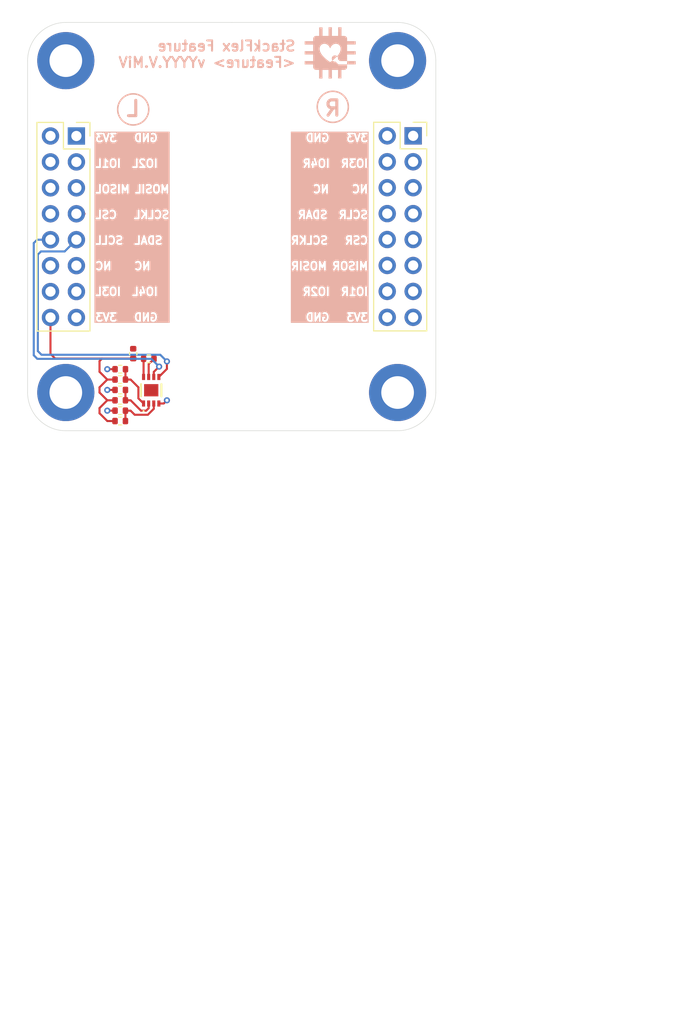
<source format=kicad_pcb>
(kicad_pcb (version 20240108) (generator "pcbnew") (generator_version "8.0")
  (title_block (title "StackFlex Feature Template") (date "2024-12-21") (rev "1") (company "M41T3"))
  (layers (0 "F.Cu" signal) (31 "B.Cu" signal) (34 "B.Paste" user) (35 "F.Paste" user) (36 "B.SilkS" user "B.Silkscreen") (37 "F.SilkS" user "F.Silkscreen") (38 "B.Mask" user) (39 "F.Mask" user) (44 "Edge.Cuts" user))
  (net 0 "")
  (net 2 "IO11")
  (net 3 "IO8_SDA0")
  (net 4 "IO5_MISO0")
  (net 5 "IO4_MOSI0")
  (net 6 "GND")
  (net 7 "IO1")
  (net 9 "IO9_SCL0")
  (net 10 "IO6_SCLK0")
  (net 11 "3V3_GPIO")
  (net 12 "IO10")
  (net 13 "IO7_CS0")
  (net 14 "IO2")
  (net 16 "IO34")
  (net 17 "IO41")
  (net 18 "IO48")
  (net 19 "IO40_SCL1")
  (net 20 "IO35_MISO1")
  (net 21 "IO38_SCLK1")
  (net 22 "IO36_MOSI1")
  (net 23 "IO37_CS1")
  (net 25 "IO39_SDA1")
  (net 26 "IO42")
  (net 27 "Net-(IC1-E0)")
  (net 28 "Net-(IC1-~{WC})")
  (net 29 "Net-(IC1-E1)")
  (net 30 "Net-(IC1-E2)")
  (footprint "Connector_PinSocket_2.54mm:PinSocket_2x08_P2.54mm_Vertical" (layer "F.Cu") (at 170.434 92.71)
    (property "Reference" "J2" (hide yes))
    (property "Value" "Conn_02x08_Counter_Clockwise" (hide yes))
    (fp_line (start -3.87 -1.33) (end -3.87 19.11) (stroke (width 0.12)) (layer "F.SilkS"))
    (fp_line (start -3.87 -1.33) (end -1.27 -1.33) (stroke (width 0.12)) (layer "F.SilkS"))
    (fp_line (start -3.87 19.11) (end 1.33 19.11) (stroke (width 0.12)) (layer "F.SilkS"))
    (fp_line (start -1.27 -1.33) (end -1.27 1.27) (stroke (width 0.12)) (layer "F.SilkS"))
    (fp_line (start -1.27 1.27) (end 1.33 1.27) (stroke (width 0.12)) (layer "F.SilkS"))
    (fp_line (start 0 -1.33) (end 1.33 -1.33) (stroke (width 0.12)) (layer "F.SilkS"))
    (fp_line (start 1.33 -1.33) (end 1.33 0) (stroke (width 0.12)) (layer "F.SilkS"))
    (fp_line (start 1.33 1.27) (end 1.33 19.11) (stroke (width 0.12)) (layer "F.SilkS"))
    (pad "1" thru_hole rect (at 0 0) (size 1.7 1.7) (drill 1) (layers "*.Cu" "*.Mask") (net 11 "3V3_GPIO"))
    (pad "2" thru_hole oval (at -2.54 0) (size 1.7 1.7) (drill 1) (layers "*.Cu" "*.Mask") (net 6 "GND"))
    (pad "3" thru_hole oval (at 0 2.54) (size 1.7 1.7) (drill 1) (layers "*.Cu" "*.Mask") (net 17 "IO41"))
    (pad "4" thru_hole oval (at -2.54 2.54) (size 1.7 1.7) (drill 1) (layers "*.Cu" "*.Mask") (net 26 "IO42"))
    (pad "5" thru_hole oval (at 0 5.08) (size 1.7 1.7) (drill 1) (layers "*.Cu" "*.Mask"))
    (pad "6" thru_hole oval (at -2.54 5.08) (size 1.7 1.7) (drill 1) (layers "*.Cu" "*.Mask"))
    (pad "7" thru_hole oval (at 0 7.62) (size 1.7 1.7) (drill 1) (layers "*.Cu" "*.Mask") (net 19 "IO40_SCL1"))
    (pad "8" thru_hole oval (at -2.54 7.62) (size 1.7 1.7) (drill 1) (layers "*.Cu" "*.Mask") (net 25 "IO39_SDA1"))
    (pad "9" thru_hole oval (at 0 10.16) (size 1.7 1.7) (drill 1) (layers "*.Cu" "*.Mask") (net 23 "IO37_CS1"))
    (pad "10" thru_hole oval (at -2.54 10.16) (size 1.7 1.7) (drill 1) (layers "*.Cu" "*.Mask") (net 21 "IO38_SCLK1"))
    (pad "11" thru_hole oval (at 0 12.7) (size 1.7 1.7) (drill 1) (layers "*.Cu" "*.Mask") (net 20 "IO35_MISO1"))
    (pad "12" thru_hole oval (at -2.54 12.7) (size 1.7 1.7) (drill 1) (layers "*.Cu" "*.Mask") (net 22 "IO36_MOSI1"))
    (pad "13" thru_hole oval (at 0 15.24) (size 1.7 1.7) (drill 1) (layers "*.Cu" "*.Mask") (net 16 "IO34"))
    (pad "14" thru_hole oval (at -2.54 15.24) (size 1.7 1.7) (drill 1) (layers "*.Cu" "*.Mask") (net 18 "IO48"))
    (pad "15" thru_hole oval (at 0 17.78) (size 1.7 1.7) (drill 1) (layers "*.Cu" "*.Mask") (net 11 "3V3_GPIO"))
    (pad "16" thru_hole oval (at -2.54 17.78) (size 1.7 1.7) (drill 1) (layers "*.Cu" "*.Mask") (net 6 "GND"))
  )
  (footprint "MountingHole:MountingHole_3.2mm_M3_DIN965_Pad" (layer "F.Cu") (at 136.398 85.344)
    (property "Reference" "H1" (hide yes))
    (property "Value" "MountingHole" (hide yes))
    (pad "1" thru_hole circle (at 0 0) (size 5.6 5.6) (drill 3.2) (layers "*.Cu" "*.Mask"))
  )
  (footprint "Resistor_SMD:R_0402_1005Metric" (layer "F.Cu") (at 141.732 115.57)
    (property "Reference" "JP3" (hide yes))
    (property "Value" "SolderJumper_2_Open" (hide yes))
    (fp_line (start -0.153641 -0.38) (end 0.153641 -0.38) (stroke (width 0.12)) (layer "F.SilkS"))
    (fp_line (start -0.153641 0.38) (end 0.153641 0.38) (stroke (width 0.12)) (layer "F.SilkS"))
    (pad "1" smd roundrect (at -0.51 0) (size 0.54 0.64) (layers "F.Cu" "F.Paste" "F.Mask") (net 6 "GND"))
    (pad "2" smd roundrect (at 0.51 0) (size 0.54 0.64) (layers "F.Cu" "F.Paste" "F.Mask") (net 27 "Net-(IC1-E0)"))
  )
  (footprint "Capacitor_SMD:C_0402_1005Metric" (layer "F.Cu") (at 143.002 114.046 90)
    (property "Reference" "C1" (hide yes))
    (property "Value" "0.1uF" (hide yes))
    (fp_line (start -0.107836 -0.36) (end 0.107836 -0.36) (stroke (width 0.12)) (layer "F.SilkS"))
    (fp_line (start -0.107836 0.36) (end 0.107836 0.36) (stroke (width 0.12)) (layer "F.SilkS"))
    (pad "1" smd roundrect (at -0.48 0 90) (size 0.56 0.62) (layers "F.Cu" "F.Paste" "F.Mask") (net 11 "3V3_GPIO"))
    (pad "2" smd roundrect (at 0.48 0 90) (size 0.56 0.62) (layers "F.Cu" "F.Paste" "F.Mask") (net 6 "GND"))
  )
  (footprint "Resistor_SMD:R_0402_1005Metric" (layer "F.Cu") (at 144.528 114.554 180)
    (property "Reference" "JP1" (hide yes))
    (property "Value" "SolderJumper_2_Open" (hide yes))
    (fp_line (start -0.153641 0.38) (end 0.153641 0.38) (stroke (width 0.12)) (layer "F.SilkS"))
    (fp_line (start -0.153641 -0.38) (end 0.153641 -0.38) (stroke (width 0.12)) (layer "F.SilkS"))
    (pad "1" smd roundrect (at -0.51 0 180) (size 0.54 0.64) (layers "F.Cu" "F.Paste" "F.Mask") (net 28 "Net-(IC1-~{WC})"))
    (pad "2" smd roundrect (at 0.51 0 180) (size 0.54 0.64) (layers "F.Cu" "F.Paste" "F.Mask") (net 11 "3V3_GPIO"))
  )
  (footprint "MountingHole:MountingHole_3.2mm_M3_DIN965_Pad" (layer "F.Cu") (at 168.91 85.344)
    (property "Reference" "H2" (hide yes))
    (property "Value" "MountingHole" (hide yes))
    (pad "1" thru_hole circle (at 0 0) (size 5.6 5.6) (drill 3.2) (layers "*.Cu" "*.Mask"))
  )
  (footprint "MountingHole:MountingHole_3.2mm_M3_DIN965_Pad" (layer "F.Cu") (at 136.398 117.856)
    (property "Reference" "H3" (hide yes))
    (property "Value" "MountingHole" (hide yes))
    (pad "1" thru_hole circle (at 0 0) (size 5.6 5.6) (drill 3.2) (layers "*.Cu" "*.Mask"))
  )
  (footprint "Resistor_SMD:R_0402_1005Metric" (layer "F.Cu") (at 141.73 120.65 180)
    (property "Reference" "JP6" (hide yes))
    (property "Value" "SolderJumper_2_Open" (hide yes))
    (fp_line (start -0.153641 0.38) (end 0.153641 0.38) (stroke (width 0.12)) (layer "F.SilkS"))
    (fp_line (start -0.153641 -0.38) (end 0.153641 -0.38) (stroke (width 0.12)) (layer "F.SilkS"))
    (pad "1" smd roundrect (at -0.51 0 180) (size 0.54 0.64) (layers "F.Cu" "F.Paste" "F.Mask") (net 30 "Net-(IC1-E2)"))
    (pad "2" smd roundrect (at 0.51 0 180) (size 0.54 0.64) (layers "F.Cu" "F.Paste" "F.Mask") (net 11 "3V3_GPIO"))
  )
  (footprint "Resistor_SMD:R_0402_1005Metric" (layer "F.Cu") (at 141.73 119.634)
    (property "Reference" "JP7" (hide yes))
    (property "Value" "SolderJumper_2_Open" (hide yes))
    (fp_line (start -0.153641 -0.38) (end 0.153641 -0.38) (stroke (width 0.12)) (layer "F.SilkS"))
    (fp_line (start -0.153641 0.38) (end 0.153641 0.38) (stroke (width 0.12)) (layer "F.SilkS"))
    (pad "1" smd roundrect (at -0.51 0) (size 0.54 0.64) (layers "F.Cu" "F.Paste" "F.Mask") (net 6 "GND"))
    (pad "2" smd roundrect (at 0.51 0) (size 0.54 0.64) (layers "F.Cu" "F.Paste" "F.Mask") (net 30 "Net-(IC1-E2)"))
  )
  (footprint "MountingHole:MountingHole_3.2mm_M3_DIN965_Pad" (layer "F.Cu") (at 168.91 117.856)
    (property "Reference" "H4" (hide yes))
    (property "Value" "MountingHole" (hide yes))
    (pad "1" thru_hole circle (at 0 0) (size 5.6 5.6) (drill 3.2) (layers "*.Cu" "*.Mask"))
  )
  (footprint "Resistor_SMD:R_0402_1005Metric" (layer "F.Cu") (at 141.73 118.618 180)
    (property "Reference" "JP4" (hide yes))
    (property "Value" "SolderJumper_2_Open" (hide yes))
    (fp_line (start -0.153641 0.38) (end 0.153641 0.38) (stroke (width 0.12)) (layer "F.SilkS"))
    (fp_line (start -0.153641 -0.38) (end 0.153641 -0.38) (stroke (width 0.12)) (layer "F.SilkS"))
    (pad "1" smd roundrect (at -0.51 0 180) (size 0.54 0.64) (layers "F.Cu" "F.Paste" "F.Mask") (net 29 "Net-(IC1-E1)"))
    (pad "2" smd roundrect (at 0.51 0 180) (size 0.54 0.64) (layers "F.Cu" "F.Paste" "F.Mask") (net 11 "3V3_GPIO"))
  )
  (footprint "Resistor_SMD:R_0402_1005Metric" (layer "F.Cu") (at 141.732 116.586 180)
    (property "Reference" "JP2" (hide yes))
    (property "Value" "SolderJumper_2_Open" (hide yes))
    (fp_line (start -0.153641 0.38) (end 0.153641 0.38) (stroke (width 0.12)) (layer "F.SilkS"))
    (fp_line (start -0.153641 -0.38) (end 0.153641 -0.38) (stroke (width 0.12)) (layer "F.SilkS"))
    (pad "1" smd roundrect (at -0.51 0 180) (size 0.54 0.64) (layers "F.Cu" "F.Paste" "F.Mask") (net 27 "Net-(IC1-E0)"))
    (pad "2" smd roundrect (at 0.51 0 180) (size 0.54 0.64) (layers "F.Cu" "F.Paste" "F.Mask") (net 11 "3V3_GPIO"))
  )
  (footprint "Resistor_SMD:R_0402_1005Metric" (layer "F.Cu") (at 141.732 117.602)
    (property "Reference" "JP5" (hide yes))
    (property "Value" "SolderJumper_2_Open" (hide yes))
    (fp_line (start -0.153641 -0.38) (end 0.153641 -0.38) (stroke (width 0.12)) (layer "F.SilkS"))
    (fp_line (start -0.153641 0.38) (end 0.153641 0.38) (stroke (width 0.12)) (layer "F.SilkS"))
    (pad "1" smd roundrect (at -0.51 0) (size 0.54 0.64) (layers "F.Cu" "F.Paste" "F.Mask") (net 6 "GND"))
    (pad "2" smd roundrect (at 0.51 0) (size 0.54 0.64) (layers "F.Cu" "F.Paste" "F.Mask") (net 29 "Net-(IC1-E1)"))
  )
  (footprint "Connector_PinSocket_2.54mm:PinSocket_2x08_P2.54mm_Vertical" (layer "F.Cu") (at 137.434 92.725)
    (property "Reference" "J1" (hide yes))
    (property "Value" "Conn_02x08_Counter_Clockwise" (hide yes))
    (fp_line (start -3.87 -1.33) (end -3.87 19.11) (stroke (width 0.12)) (layer "F.SilkS"))
    (fp_line (start -3.87 -1.33) (end -1.27 -1.33) (stroke (width 0.12)) (layer "F.SilkS"))
    (fp_line (start -3.87 19.11) (end 1.33 19.11) (stroke (width 0.12)) (layer "F.SilkS"))
    (fp_line (start -1.27 -1.33) (end -1.27 1.27) (stroke (width 0.12)) (layer "F.SilkS"))
    (fp_line (start -1.27 1.27) (end 1.33 1.27) (stroke (width 0.12)) (layer "F.SilkS"))
    (fp_line (start 0 -1.33) (end 1.33 -1.33) (stroke (width 0.12)) (layer "F.SilkS"))
    (fp_line (start 1.33 -1.33) (end 1.33 0) (stroke (width 0.12)) (layer "F.SilkS"))
    (fp_line (start 1.33 1.27) (end 1.33 19.11) (stroke (width 0.12)) (layer "F.SilkS"))
    (pad "1" thru_hole rect (at 0 0) (size 1.7 1.7) (drill 1) (layers "*.Cu" "*.Mask") (net 6 "GND"))
    (pad "2" thru_hole oval (at -2.54 0) (size 1.7 1.7) (drill 1) (layers "*.Cu" "*.Mask") (net 11 "3V3_GPIO"))
    (pad "3" thru_hole oval (at 0 2.54) (size 1.7 1.7) (drill 1) (layers "*.Cu" "*.Mask") (net 7 "IO1"))
    (pad "4" thru_hole oval (at -2.54 2.54) (size 1.7 1.7) (drill 1) (layers "*.Cu" "*.Mask") (net 14 "IO2"))
    (pad "5" thru_hole oval (at 0 5.08) (size 1.7 1.7) (drill 1) (layers "*.Cu" "*.Mask") (net 5 "IO4_MOSI0"))
    (pad "6" thru_hole oval (at -2.54 5.08) (size 1.7 1.7) (drill 1) (layers "*.Cu" "*.Mask") (net 4 "IO5_MISO0"))
    (pad "7" thru_hole oval (at 0 7.62) (size 1.7 1.7) (drill 1) (layers "*.Cu" "*.Mask") (net 10 "IO6_SCLK0"))
    (pad "8" thru_hole oval (at -2.54 7.62) (size 1.7 1.7) (drill 1) (layers "*.Cu" "*.Mask") (net 13 "IO7_CS0"))
    (pad "9" thru_hole oval (at 0 10.16) (size 1.7 1.7) (drill 1) (layers "*.Cu" "*.Mask") (net 3 "IO8_SDA0"))
    (pad "10" thru_hole oval (at -2.54 10.16) (size 1.7 1.7) (drill 1) (layers "*.Cu" "*.Mask") (net 9 "IO9_SCL0"))
    (pad "11" thru_hole oval (at 0 12.7) (size 1.7 1.7) (drill 1) (layers "*.Cu" "*.Mask"))
    (pad "12" thru_hole oval (at -2.54 12.7) (size 1.7 1.7) (drill 1) (layers "*.Cu" "*.Mask"))
    (pad "13" thru_hole oval (at 0 15.24) (size 1.7 1.7) (drill 1) (layers "*.Cu" "*.Mask") (net 2 "IO11"))
    (pad "14" thru_hole oval (at -2.54 15.24) (size 1.7 1.7) (drill 1) (layers "*.Cu" "*.Mask") (net 12 "IO10"))
    (pad "15" thru_hole oval (at 0 17.78) (size 1.7 1.7) (drill 1) (layers "*.Cu" "*.Mask") (net 6 "GND"))
    (pad "16" thru_hole oval (at -2.54 17.78) (size 1.7 1.7) (drill 1) (layers "*.Cu" "*.Mask") (net 11 "3V3_GPIO"))
  )
  (footprint "stackflex_foots_lib:M24C16RMC6TG" (layer "F.Cu") (at 144.766 117.632)
    (property "Reference" "IC1" (hide yes))
    (property "Value" "M24C02-RMC6TG" (hide yes))
    (fp_line (start -1 -0.6) (end -1 0.6) (stroke (width 0.2)) (layer "F.SilkS"))
    (fp_line (start -0.75 2) (end -0.75 2) (stroke (width 0.1)) (layer "F.SilkS"))
    (fp_line (start -0.75 2.1) (end -0.75 2.1) (stroke (width 0.1)) (layer "F.SilkS"))
    (fp_line (start 1 0.6) (end 1 -0.6) (stroke (width 0.2)) (layer "F.SilkS"))
    (fp_arc (start -0.75 2) (mid -0.7 2.05) (end -0.75 2.1) (stroke (width 0.1)) (layer "F.SilkS"))
    (fp_arc (start -0.75 2.1) (mid -0.8 2.05) (end -0.75 2) (stroke (width 0.1)) (layer "F.SilkS"))
    (pad "1" smd rect (at -0.75 1.3) (size 0.3 0.6) (layers "F.Cu" "F.Paste" "F.Mask") (net 27 "Net-(IC1-E0)"))
    (pad "2" smd rect (at -0.25 1.3) (size 0.3 0.6) (layers "F.Cu" "F.Paste" "F.Mask") (net 29 "Net-(IC1-E1)"))
    (pad "3" smd rect (at 0.25 1.3) (size 0.3 0.6) (layers "F.Cu" "F.Paste" "F.Mask") (net 30 "Net-(IC1-E2)"))
    (pad "4" smd rect (at 0.75 1.3) (size 0.3 0.6) (layers "F.Cu" "F.Paste" "F.Mask") (net 6 "GND"))
    (pad "5" smd rect (at 0.75 -1.3) (size 0.3 0.6) (layers "F.Cu" "F.Paste" "F.Mask") (net 3 "IO8_SDA0"))
    (pad "6" smd rect (at 0.25 -1.3) (size 0.3 0.6) (layers "F.Cu" "F.Paste" "F.Mask") (net 9 "IO9_SCL0"))
    (pad "7" smd rect (at -0.25 -1.3) (size 0.3 0.6) (layers "F.Cu" "F.Paste" "F.Mask") (net 28 "Net-(IC1-~{WC})"))
    (pad "8" smd rect (at -0.75 -1.3) (size 0.3 0.6) (layers "F.Cu" "F.Paste" "F.Mask") (net 11 "3V3_GPIO"))
    (pad "9" smd rect (at 0 0 90) (size 1.2 1.4) (layers "F.Cu" "F.Paste" "F.Mask") (net 6 "GND"))
  )
  (footprint "stackflex_foots_lib:staclflex_logo_front_5mm" (layer "B.Cu") (at 162.306 84.582 180)
    (property "Reference" "G***" (hide yes))
    (property "Value" "LOGO" (hide yes))
    (fp_poly (pts (xy -0.777069 2.08792) (xy -0.777069 1.663074) (xy -0.472051 1.663074) (xy -0.167033 1.663074) (xy -0.167033 2.08792) (xy -0.167033 2.512766) (xy -0.001815 2.512766) (xy 0.163403 2.512766) (xy 0.163403 2.08792) (xy 0.163403 1.663074) (xy 0.457527 1.663074) (xy 0.751651 1.663074) (xy 0.751651 2.082473) (xy 0.751651 2.501873) (xy 0.918685 2.501873) (xy 1.085718 2.501873) (xy 1.085718 2.082668) (xy 1.085718 1.663462) (xy 1.259107 1.662127) (xy 1.301087 1.661798) (xy 1.336549 1.661454) (xy 1.366235 1.661009) (xy 1.390887 1.660379) (xy 1.411249 1.659479) (xy 1.428064 1.658223) (xy 1.442075 1.656526) (xy 1.454024 1.654303) (xy 1.464654 1.65147) (xy 1.47471 1.64794) (xy 1.484932 1.643628) (xy 1.496065 1.638451) (xy 1.505602 1.633879) (xy 1.543897 1.611558) (xy 1.578566 1.583418) (xy 1.60869 1.550379) (xy 1.633346 1.513362) (xy 1.641141 1.498339) (xy 1.64755 1.484853) (xy 1.652846 1.472998) (xy 1.657144 1.461912) (xy 1.660558 1.450733) (xy 1.663201 1.4386) (xy 1.665188 1.424652) (xy 1.666631 1.408026) (xy 1.667646 1.387861) (xy 1.668345 1.363296) (xy 1.668842 1.333469) (xy 1.669252 1.297518) (xy 1.669384 1.284525) (xy 1.670798 1.143817) (xy 2.086335 1.143817) (xy 2.501873 1.143817) (xy 2.501873 0.978599) (xy 2.501873 0.813381) (xy 2.086104 0.813381) (xy 1.670336 0.813381) (xy 1.670336 0.492023) (xy 1.670336 0.170665) (xy 2.086104 0.170665) (xy 2.501873 0.170665) (xy 2.501873 0.005447) (xy 2.501873 -0.159771) (xy 2.086104 -0.159771) (xy 1.670336 -0.159771) (xy 1.670336 -0.481129) (xy 1.670336 -0.802487) (xy 2.086104 -0.802487) (xy 2.501873 -0.802487) (xy 2.501873 -0.969521) (xy 2.501873 -1.136554) (xy 2.086328 -1.136554) (xy 1.670784 -1.136554) (xy 1.669385 -1.282709) (xy 1.668995 -1.321473) (xy 1.668562 -1.353812) (xy 1.667977 -1.380567) (xy 1.667134 -1.402573) (xy 1.665924 -1.420671) (xy 1.664238 -1.435697) (xy 1.66197 -1.448491) (xy 1.65901 -1.45989) (xy 1.655252 -1.470733) (xy 1.650587 -1.481857) (xy 1.644906 -1.494101) (xy 1.641141 -1.50197) (xy 1.61882 -1.540265) (xy 1.59068 -1.574935) (xy 1.557641 -1.605058) (xy 1.520624 -1.629715) (xy 1.505602 -1.63751) (xy 1.493222 -1.643429) (xy 1.482326 -1.648408) (xy 1.472164 -1.652534) (xy 1.461989 -1.655893) (xy 1.451052 -1.658572) (xy 1.438604 -1.660657) (xy 1.423897 -1.662234) (xy 1.406183 -1.66339) (xy 1.384714 -1.66421) (xy 1.358741 -1.664783) (xy 1.327515 -1.665193) (xy 1.290288 -1.665528) (xy 1.260922 -1.665758) (xy 1.08935 -1.667096) (xy 1.08935 -2.089931) (xy 1.08935 -2.512766) (xy 0.924132 -2.512766) (xy 0.758914 -2.512766) (xy 0.758914 -2.089735) (xy 0.758914 -1.666705) (xy 0.461158 -1.666705) (xy 0.163403 -1.666705) (xy 0.163403 -2.089735) (xy 0.163403 -2.512766) (xy -0.001815 -2.512766) (xy -0.167033 -2.512766) (xy -0.167033 -2.089735) (xy -0.167033 -1.666705) (xy -0.46842 -1.666705) (xy -0.769807 -1.666705) (xy -0.769807 -2.084289) (xy -0.769807 -2.501873) (xy -0.935025 -2.501873) (xy -1.100243 -2.501873) (xy -1.100243 -2.084496) (xy -1.100243 -1.667118) (xy -1.260922 -1.665756) (xy -1.301421 -1.665402) (xy -1.335442 -1.665021) (xy -1.363768 -1.66452) (xy -1.387183 -1.663803) (xy -1.406469 -1.662776) (xy -1.422411 -1.661344) (xy -1.435791 -1.659413) (xy -1.447394 -1.656888) (xy -1.458003 -1.653674) (xy -1.468401 -1.649677) (xy -1.479372 -1.644802) (xy -1.491699 -1.638954) (xy -1.494708 -1.63751) (xy -1.533003 -1.615188) (xy -1.567673 -1.587048) (xy -1.597796 -1.55401) (xy -1.622452 -1.516993) (xy -1.630247 -1.50197) (xy -1.636529 -1.488773) (xy -1.641744 -1.477169) (xy -1.646 -1.466326) (xy -1.649402 -1.455413) (xy -1.652057 -1.443601) (xy -1.654071 -1.430058) (xy -1.65555 -1.413953) (xy -1.6566 -1.394456) (xy -1.657327 -1.370736) (xy -1.657838 -1.341962) (xy -1.658237 -1.307303) (xy -1.658492 -1.280893) (xy -1.659885 -1.132923) (xy -2.079063 -1.132923) (xy -2.498241 -1.132923) (xy -2.498241 -0.967705) (xy -2.498241 -0.802487) (xy -2.078842 -0.802487) (xy -1.659442 -0.802487) (xy -1.659442 -0.967705) (xy -1.659442 -1.132923) (xy -1.234596 -1.132923) (xy -1.166974 -1.132907) (xy -1.106308 -1.132857) (xy -1.052294 -1.132769) (xy -1.004626 -1.13264) (xy -0.962999 -1.132468) (xy -0.927107 -1.132249) (xy -0.896645 -1.13198) (xy -0.871307 -1.131658) (xy -0.850789 -1.131279) (xy -0.834785 -1.130841) (xy -0.822989 -1.130341) (xy -0.815096 -1.129775) (xy -0.810801 -1.12914) (xy -0.80975 -1.128566) (xy -0.808631 -1.126095) (xy -0.80531 -1.128648) (xy -0.803313 -1.128646) (xy -0.799242 -1.126274) (xy -0.792756 -1.12121) (xy -0.78351 -1.113133) (xy -0.77116 -1.101722) (xy -0.755365 -1.086654) (xy -0.73578 -1.067607) (xy -0.712063 -1.04426) (xy -0.683869 -1.016292) (xy -0.659156 -0.991665) (xy -0.517441 -0.850243) (xy -0.495654 -0.853941) (xy -0.47598 -0.855798) (xy -0.451914 -0.855825) (xy -0.426054 -0.854168) (xy -0.400997 -0.85097) (xy -0.384903 -0.847793) (xy -0.360791 -0.840202) (xy -0.333922 -0.828629) (xy -0.30662 -0.814282) (xy -0.281204 -0.79837) (xy -0.261766 -0.78363) (xy -0.246027 -0.769844) (xy -0.235652 -0.759702) (xy -0.230132 -0.752571) (xy -0.228961 -0.747817) (xy -0.230976 -0.745193) (xy -0.237238 -0.740703) (xy -0.247816 -0.732672) (xy -0.261379 -0.722121) (xy -0.26997 -0.715341) (xy -0.27525 -0.710845) (xy -0.285344 -0.701957) (xy -0.299698 -0.689177) (xy -0.317761 -0.673005) (xy -0.33898 -0.653943) (xy -0.362802 -0.63249) (xy -0.388674 -0.609148) (xy -0.416045 -0.584417) (xy -0.44436 -0.558798) (xy -0.473069 -0.532792) (xy -0.501617 -0.506898) (xy -0.529453 -0.481618) (xy -0.556024 -0.457453) (xy -0.580777 -0.434902) (xy -0.603159 -0.414467) (xy -0.622618 -0.396649) (xy -0.638602 -0.381947) (xy -0.650558 -0.370863) (xy -0.657932 -0.363897) (xy -0.658308 -0.363532) (xy -0.682978 -0.339514) (xy -0.690331 -0.348592) (xy -0.71821 -0.388249) (xy -0.739982 -0.430564) (xy -0.755195 -0.474572) (xy -0.760658 -0.499459) (xy -0.764687 -0.527944) (xy -0.765917 -0.55335) (xy -0.764399 -0.57928) (xy -0.762046 -0.59756) (xy -0.757917 -0.625324) (xy -0.846443 -0.713906) (xy -0.934969 -0.802487) (xy -1.297206 -0.802487) (xy -1.659442 -0.802487) (xy -1.659442 -0.481129) (xy -1.659442 -0.159771) (xy -2.078842 -0.159771) (xy -2.498241 -0.159771) (xy -2.498241 0.005447) (xy -2.498241 0.170665) (xy -2.078842 0.170665) (xy -1.659442 0.170665) (xy -1.659442 0.399033) (xy -1.026688 0.399033) (xy -1.023604 0.333366) (xy -1.013827 0.266084) (xy -0.997428 0.197392) (xy -0.974482 0.127493) (xy -0.945061 0.056593) (xy -0.909238 -0.015104) (xy -0.867085 -0.087393) (xy -0.818675 -0.16007) (xy -0.764082 -0.23293) (xy -0.726451 -0.278946) (xy -0.713747 -0.293992) (xy -0.702364 -0.30748) (xy -0.693293 -0.318235) (xy -0.687526 -0.325082) (xy -0.686376 -0.32645) (xy -0.683509 -0.329097) (xy -0.680072 -0.329481) (xy -0.67481 -0.327011) (xy -0.66647 -0.321096) (xy -0.653798 -0.311147) (xy -0.653696 -0.311065) (xy -0.629931 -0.294359) (xy -0.602088 -0.278356) (xy -0.572951 -0.264485) (xy -0.545303 -0.254171) (xy -0.539228 -0.252392) (xy -0.517171 -0.247973) (xy -0.490535 -0.245154) (xy -0.461842 -0.244002) (xy -0.433611 -0.244588) (xy -0.408364 -0.246981) (xy -0.399189 -0.248554) (xy -0.354455 -0.261186) (xy -0.312891 -0.280087) (xy -0.274988 -0.304776) (xy -0.241238 -0.334771) (xy -0.212132 -0.369592) (xy -0.188161 -0.408757) (xy -0.169817 -0.451785) (xy -0.161106 -0.48175) (xy -0.157851 -0.500861) (xy -0.155801 -0.524525) (xy -0.154987 -0.550283) (xy -0.155441 -0.575675) (xy -0.157197 -0.598242) (xy -0.159392 -0.611851) (xy -0.169326 -0.646309) (xy -0.183668 -0.681223) (xy -0.200921 -0.713015) (xy -0.203258 -0.716668) (xy -0.220915 -0.743715) (xy -0.160386 -0.787114) (xy -0.128443 -0.809834) (xy -0.098614 -0.830692) (xy -0.071405 -0.849355) (xy -0.047323 -0.865492) (xy -0.026872 -0.87877) (xy -0.01056 -0.888857) (xy 0.001109 -0.895421) (xy 0.007628 -0.898131) (xy 0.00864 -0.898086) (xy 0.01292 -0.895377) (xy 0.022122 -0.889367) (xy 0.035127 -0.880794) (xy 0.050819 -0.870391) (xy 0.06173 -0.863131) (xy 0.164719 -0.792281) (xy 0.262965 -0.720199) (xy 0.356263 -0.647096) (xy 0.444407 -0.573188) (xy 0.527193 -0.498686) (xy 0.604414 -0.423805) (xy 0.675866 -0.348757) (xy 0.741343 -0.273755) (xy 0.800641 -0.199013) (xy 0.853553 -0.124744) (xy 0.899874 -0.051161) (xy 0.9394 0.021523) (xy 0.963825 0.073845) (xy 0.991492 0.144538) (xy 1.012684 0.21384) (xy 1.027407 0.281533) (xy 1.035664 0.347394) (xy 1.037463 0.411203) (xy 1.032808 0.47274) (xy 1.021704 0.531785) (xy 1.004158 0.588116) (xy 0.980175 0.641513) (xy 0.94976 0.691756) (xy 0.94851 0.693553) (xy 0.913176 0.737865) (xy 0.872733 0.777243) (xy 0.827674 0.811369) (xy 0.778496 0.839929) (xy 0.725693 0.862607) (xy 0.669759 0.879085) (xy 0.652097 0.88284) (xy 0.62685 0.886533) (xy 0.597262 0.888949) (xy 0.565798 0.890037) (xy 0.534923 0.889747) (xy 0.507105 0.888028) (xy 0.492023 0.88615) (xy 0.431526 0.872906) (xy 0.373496 0.852877) (xy 0.318069 0.826159) (xy 0.265377 0.792843) (xy 0.215556 0.753024) (xy 0.168739 0.706794) (xy 0.125061 0.654247) (xy 0.092816 0.608258) (xy 0.080933 0.588756) (xy 0.067397 0.564489) (xy 0.053232 0.537442) (xy 0.039462 0.509601) (xy 0.027113 0.482953) (xy 0.021598 0.470236) (xy 0.015322 0.45542) (xy 0.010136 0.44333) (xy 0.00665 0.435377) (xy 0.00549 0.432936) (xy 0.003906 0.435424) (xy 0.000726 0.442872) (xy -0.001728 0.449276) (xy -0.007663 0.463787) (xy -0.016329 0.482988) (xy -0.026903 0.505233) (xy -0.038563 0.528878) (xy -0.050488 0.552278) (xy -0.061854 0.573789) (xy -0.071839 0.591766) (xy -0.078458 0.602774) (xy -0.118264 0.659469) (xy -0.161426 0.710464) (xy -0.207657 0.755532) (xy -0.256666 0.794447) (xy -0.308165 0.826979) (xy -0.361864 0.852902) (xy -0.417474 0.871989) (xy -0.422798 0.873426) (xy -0.453126 0.880771) (xy -0.480347 0.885727) (xy -0.507352 0.888657) (xy -0.537036 0.889921) (xy -0.555728 0.890036) (xy -0.614187 0.886374) (xy -0.670472 0.876002) (xy -0.724163 0.859256) (xy -0.774836 0.836473) (xy -0.822072 0.807992) (xy -0.865447 0.77415) (xy -0.904541 0.735283) (xy -0.938932 0.691729) (xy -0.968198 0.643825) (xy -0.991917 0.591908) (xy -1.009668 0.536317) (xy -1.012484 0.524704) (xy -1.023006 0.46288) (xy -1.026688 0.399033) (xy -1.659442 0.399033) (xy -1.659442 0.493839) (xy -1.659442 0.817012) (xy -2.078842 0.817012) (xy -2.498241 0.817012) (xy -2.498241 0.98223) (xy -2.498241 1.147448) (xy -2.079075 1.147448) (xy -1.659909 1.147448) (xy -1.658489 1.28634) (xy -1.658078 1.32422) (xy -1.657613 1.355707) (xy -1.656978 1.381671) (xy -1.656057 1.402983) (xy -1.654734 1.420512) (xy -1.652893 1.435128) (xy -1.650419 1.4477) (xy -1.647196 1.459099) (xy -1.643108 1.470194) (xy -1.638038 1.481855) (xy -1.631871 1.494952) (xy -1.630247 1.498339) (xy -1.607926 1.536635) (xy -1.579786 1.571304) (xy -1.546747 1.601428) (xy -1.509731 1.626084) (xy -1.494708 1.633879) (xy -1.481846 1.640012) (xy -1.470531 1.645133) (xy -1.459968 1.649337) (xy -1.44936 1.652724) (xy -1.437911 1.65539) (xy -1.424824 1.657435) (xy -1.409305 1.658954) (xy -1.390555 1.660046) (xy -1.36778 1.66081) (xy -1.340182 1.661341) (xy -1.306966 1.661739) (xy -1.267335 1.662101) (xy -1.264553 1.662125) (xy -1.107505 1.663496) (xy -1.107505 2.088131) (xy -1.107505 2.512766) (xy -0.942287 2.512766) (xy -0.777069 2.512766)) (fill solid) (layer "B.SilkS"))
  )
  (gr_circle (center 162.56 89.867803) (end 161.036 89.867803) (stroke (width 0.15)) (fill none) (layer "B.SilkS"))
  (gr_circle (center 143.002 90.121803) (end 141.478 90.121803) (stroke (width 0.15)) (fill none) (layer "B.SilkS"))
  (gr_arc (start 136.398 121.6) (mid 133.750592 120.503408) (end 132.654 117.856) (stroke (width 0.05)) (layer "Edge.Cuts"))
  (gr_line (start 172.654 85.344) (end 172.654 117.856) (stroke (width 0.05)) (layer "Edge.Cuts"))
  (gr_line (start 152.654 81.6) (end 168.91 81.6) (stroke (width 0.05)) (layer "Edge.Cuts"))
  (gr_arc (start 168.91 81.6) (mid 171.557408 82.696592) (end 172.654 85.344) (stroke (width 0.05)) (layer "Edge.Cuts"))
  (gr_arc (start 132.654 85.344) (mid 133.750592 82.696592) (end 136.398 81.6) (stroke (width 0.05)) (layer "Edge.Cuts"))
  (gr_line (start 152.654 81.6) (end 136.398 81.6) (stroke (width 0.05)) (layer "Edge.Cuts"))
  (gr_arc (start 172.654 117.856) (mid 171.557408 120.503408) (end 168.91 121.6) (stroke (width 0.05)) (layer "Edge.Cuts"))
  (gr_line (start 136.398 121.6) (end 168.91 121.6) (stroke (width 0.05)) (layer "Edge.Cuts"))
  (gr_line (start 132.654 85.344) (end 132.654 117.856) (stroke (width 0.05)) (layer "Edge.Cuts"))
  (gr_text "L" (at 143.002 90.932 -0) (layer "B.SilkS") (effects (font (size 1.5 1.5) (thickness 0.3) (bold yes)) (justify bottom mirror)))
  (gr_text "StackFlex Feature\n<Feature> vYYYY.V.MiV" (at 159.004 86.106 0) (layer "B.SilkS") (effects (font (size 1 1) (thickness 0.2) (bold yes)) (justify left bottom mirror)))
  (gr_text "R" (at 162.56 90.883803 -0) (layer "B.SilkS") (effects (font (size 1.5 1.5) (thickness 0.3) (bold yes)) (justify bottom mirror)))
  (gr_text "\n3V3   GND  \n\nIO3R  IO4R \n\nNC    NC\n\nSCLR  SDAR \n\nCSR   SCLKR \n\nMISOR MOSIR \n\nIO1R  IO2R\n\n3V3   GND \n" (at 166.116 110.949803 0) (layer "B.SilkS" knockout) (effects (font (size 0.78 0.75) (thickness 0.1875) (bold yes)) (justify left bottom mirror)))
  (gr_text "  GND   3V3\n\n IO2L  IO1L\n\nMOSIL MISOL\n\nSCLKL   CSL\n\n SDAL  SCLL\n\n   NC    NC\n\n IO4L  IO3L\n\n  GND   3V3" (at 139.192 110.949803 0) (layer "B.SilkS" knockout) (effects (font (size 0.78 0.75) (thickness 0.1875) (bold yes)) (justify right bottom mirror)))
  (segment (start 146.304 115.544) (end 145.516 116.332) (width 0.2) (layer "F.Cu") (net 3))
  (segment (start 146.304 114.808) (end 146.304 115.544) (width 0.2) (layer "F.Cu") (net 3))
  (via (at 146.304 114.808) (size 0.6) (drill 0.3) (layers "F.Cu" "B.Cu") (net 3))
  (segment (start 146.304 114.808) (end 145.65 114.154) (width 0.2) (layer "B.Cu") (net 3))
  (segment (start 133.963 104.035) (end 136.284 104.035) (width 0.2) (layer "B.Cu") (net 3))
  (segment (start 145.65 114.154) (end 134.016 114.154) (width 0.2) (layer "B.Cu") (net 3))
  (segment (start 134.016 114.154) (end 133.654 113.792) (width 0.2) (layer "B.Cu") (net 3))
  (segment (start 136.284 104.035) (end 137.434 102.885) (width 0.2) (layer "B.Cu") (net 3))
  (segment (start 133.654 104.344) (end 133.963 104.035) (width 0.2) (layer "B.Cu") (net 3))
  (segment (start 133.654 113.792) (end 133.654 104.344) (width 0.2) (layer "B.Cu") (net 3))
  (segment (start 141.222 117.602) (end 140.462 117.602) (width 0.2) (layer "F.Cu") (net 6))
  (segment (start 141.22 119.634) (end 140.462 119.634) (width 0.2) (layer "F.Cu") (net 6))
  (segment (start 145.516 118.932) (end 145.99 118.932) (width 0.2) (layer "F.Cu") (net 6))
  (segment (start 140.462 115.57) (end 141.222 115.57) (width 0.2) (layer "F.Cu") (net 6))
  (segment (start 145.99 118.932) (end 146.304 118.618) (width 0.2) (layer "F.Cu") (net 6))
  (via (at 140.462 115.57) (size 0.6) (drill 0.3) (layers "F.Cu" "B.Cu") (net 6))
  (via (at 140.462 119.634) (size 0.6) (drill 0.3) (layers "F.Cu" "B.Cu") (net 6))
  (via (at 140.462 117.602) (size 0.6) (drill 0.3) (layers "F.Cu" "B.Cu") (net 6))
  (via (at 146.304 118.618) (size 0.6) (drill 0.3) (layers "F.Cu" "B.Cu") (net 6))
  (segment (start 145.016 115.842) (end 145.016 116.332) (width 0.2) (layer "F.Cu") (net 9))
  (segment (start 145.542 115.316) (end 145.016 115.842) (width 0.2) (layer "F.Cu") (net 9))
  (via (at 145.542 115.316) (size 0.6) (drill 0.3) (layers "F.Cu" "B.Cu") (net 9))
  (segment (start 133.254 114.204) (end 133.254 103.22) (width 0.2) (layer "B.Cu") (net 9))
  (segment (start 133.254 103.22) (end 133.589 102.885) (width 0.2) (layer "B.Cu") (net 9))
  (segment (start 133.604 114.554) (end 133.254 114.204) (width 0.2) (layer "B.Cu") (net 9))
  (segment (start 133.589 102.885) (end 134.894 102.885) (width 0.2) (layer "B.Cu") (net 9))
  (segment (start 144.78 114.554) (end 133.604 114.554) (width 0.2) (layer "B.Cu") (net 9))
  (segment (start 145.542 115.316) (end 144.78 114.554) (width 0.2) (layer "B.Cu") (net 9))
  (segment (start 138.176818 100.345) (end 137.434 100.345) (width 0.3) (layer "F.Cu") (net 10))
  (segment (start 135.354 114.526) (end 134.894 114.066) (width 0.2) (layer "F.Cu") (net 11))
  (segment (start 141.22 118.618) (end 140.462 118.618) (width 0.2) (layer "F.Cu") (net 11))
  (segment (start 144.016 116.332) (end 144.016 114.556) (width 0.2) (layer "F.Cu") (net 11))
  (segment (start 144.016 114.556) (end 144.018 114.554) (width 0.2) (layer "F.Cu") (net 11))
  (segment (start 139.7 119.888) (end 140.462 120.65) (width 0.2) (layer "F.Cu") (net 11))
  (segment (start 139.954 114.526) (end 139.7 114.78) (width 0.2) (layer "F.Cu") (net 11))
  (segment (start 139.7 117.856) (end 140.462 118.618) (width 0.2) (layer "F.Cu") (net 11))
  (segment (start 139.7 114.78) (end 139.7 115.824) (width 0.2) (layer "F.Cu") (net 11))
  (segment (start 144.018 114.554) (end 143.284 114.554) (width 0.2) (layer "F.Cu") (net 11))
  (segment (start 140.462 120.65) (end 141.22 120.65) (width 0.2) (layer "F.Cu") (net 11))
  (segment (start 139.7 115.824) (end 140.462 116.586) (width 0.2) (layer "F.Cu") (net 11))
  (segment (start 134.894 114.066) (end 134.894 110.505) (width 0.2) (layer "F.Cu") (net 11))
  (segment (start 141.222 116.586) (end 140.462 116.586) (width 0.2) (layer "F.Cu") (net 11))
  (segment (start 139.7 119.38) (end 139.7 119.888) (width 0.2) (layer "F.Cu") (net 11))
  (segment (start 143.284 114.554) (end 143.256 114.526) (width 0.2) (layer "F.Cu") (net 11))
  (segment (start 140.462 116.586) (end 139.7 117.348) (width 0.2) (layer "F.Cu") (net 11))
  (segment (start 143.256 114.526) (end 135.354 114.526) (width 0.2) (layer "F.Cu") (net 11))
  (segment (start 139.7 117.348) (end 139.7 117.856) (width 0.2) (layer "F.Cu") (net 11))
  (segment (start 140.462 118.618) (end 139.7 119.38) (width 0.2) (layer "F.Cu") (net 11))
  (segment (start 167.894 107.205834) (end 167.894 107.95) (width 0.3) (layer "B.Cu") (net 18))
  (segment (start 167.782 95.138) (end 167.894 95.25) (width 0.3) (layer "F.Cu") (net 26))
  (segment (start 143.51 117.348) (end 143.51 118.426) (width 0.2) (layer "F.Cu") (net 27))
  (segment (start 142.748 116.586) (end 143.51 117.348) (width 0.2) (layer "F.Cu") (net 27))
  (segment (start 142.242 116.586) (end 142.748 116.586) (width 0.2) (layer "F.Cu") (net 27))
  (segment (start 142.242 115.57) (end 142.242 116.586) (width 0.2) (layer "F.Cu") (net 27))
  (segment (start 143.51 118.426) (end 144.016 118.932) (width 0.2) (layer "F.Cu") (net 27))
  (segment (start 144.516 115.076) (end 145.038 114.554) (width 0.2) (layer "F.Cu") (net 28))
  (segment (start 144.516 116.332) (end 144.516 115.076) (width 0.2) (layer "F.Cu") (net 28))
  (segment (start 142.242 118.616) (end 142.24 118.618) (width 0.2) (layer "F.Cu") (net 29))
  (segment (start 143.764 119.634) (end 144.272 119.634) (width 0.2) (layer "F.Cu") (net 29))
  (segment (start 142.24 118.618) (end 142.748 118.618) (width 0.2) (layer "F.Cu") (net 29))
  (segment (start 144.516 119.39) (end 144.516 118.932) (width 0.2) (layer "F.Cu") (net 29))
  (segment (start 142.242 117.602) (end 142.242 118.616) (width 0.2) (layer "F.Cu") (net 29))
  (segment (start 142.748 118.618) (end 143.764 119.634) (width 0.2) (layer "F.Cu") (net 29))
  (segment (start 144.272 119.634) (end 144.516 119.39) (width 0.2) (layer "F.Cu") (net 29))
  (segment (start 142.24 119.634) (end 142.748 119.634) (width 0.2) (layer "F.Cu") (net 30))
  (segment (start 142.24 120.65) (end 142.24 119.634) (width 0.2) (layer "F.Cu") (net 30))
  (segment (start 143.148 120.034) (end 144.437686 120.034) (width 0.2) (layer "F.Cu") (net 30))
  (segment (start 144.437686 120.034) (end 145.016 119.455686) (width 0.2) (layer "F.Cu") (net 30))
  (segment (start 142.748 119.634) (end 143.148 120.034) (width 0.2) (layer "F.Cu") (net 30))
  (segment (start 145.016 119.455686) (end 145.016 118.932) (width 0.2) (layer "F.Cu") (net 30))
)
</source>
